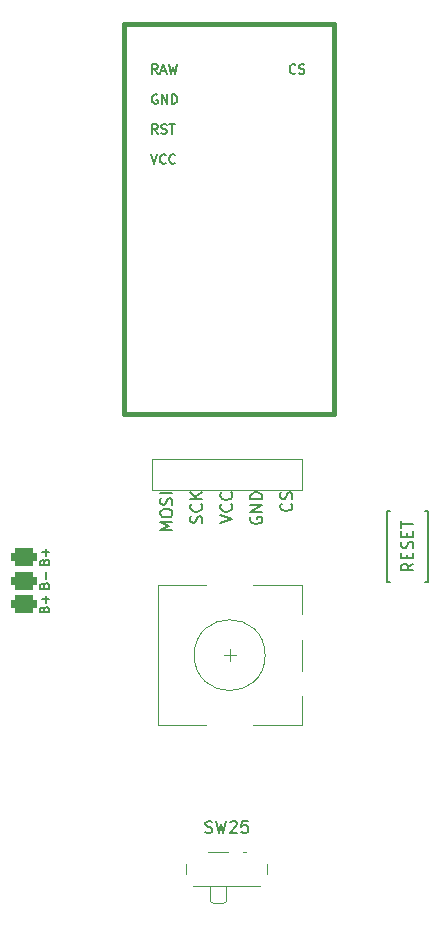
<source format=gbr>
%TF.GenerationSoftware,KiCad,Pcbnew,7.0.2*%
%TF.CreationDate,2023-06-30T22:51:35+02:00*%
%TF.ProjectId,Qeshda,51657368-6461-42e6-9b69-6361645f7063,rev?*%
%TF.SameCoordinates,Original*%
%TF.FileFunction,Legend,Top*%
%TF.FilePolarity,Positive*%
%FSLAX46Y46*%
G04 Gerber Fmt 4.6, Leading zero omitted, Abs format (unit mm)*
G04 Created by KiCad (PCBNEW 7.0.2) date 2023-06-30 22:51:35*
%MOMM*%
%LPD*%
G01*
G04 APERTURE LIST*
G04 Aperture macros list*
%AMRoundRect*
0 Rectangle with rounded corners*
0 $1 Rounding radius*
0 $2 $3 $4 $5 $6 $7 $8 $9 X,Y pos of 4 corners*
0 Add a 4 corners polygon primitive as box body*
4,1,4,$2,$3,$4,$5,$6,$7,$8,$9,$2,$3,0*
0 Add four circle primitives for the rounded corners*
1,1,$1+$1,$2,$3*
1,1,$1+$1,$4,$5*
1,1,$1+$1,$6,$7*
1,1,$1+$1,$8,$9*
0 Add four rect primitives between the rounded corners*
20,1,$1+$1,$2,$3,$4,$5,0*
20,1,$1+$1,$4,$5,$6,$7,0*
20,1,$1+$1,$6,$7,$8,$9,0*
20,1,$1+$1,$8,$9,$2,$3,0*%
G04 Aperture macros list end*
%ADD10C,0.150000*%
%ADD11C,0.120000*%
%ADD12C,0.381000*%
%ADD13RoundRect,0.375000X0.750000X-0.375000X0.750000X0.375000X-0.750000X0.375000X-0.750000X-0.375000X0*%
%ADD14C,2.000000*%
%ADD15C,1.752600*%
%ADD16C,1.701800*%
%ADD17C,3.000000*%
%ADD18C,3.429000*%
%ADD19C,4.500000*%
%ADD20R,1.000000X0.800000*%
%ADD21C,0.900000*%
%ADD22R,0.700000X1.500000*%
%ADD23R,3.200000X2.000000*%
G04 APERTURE END LIST*
D10*
%TO.C,*%
%TO.C,SW25*%
X151940476Y-114240000D02*
X152083333Y-114287619D01*
X152083333Y-114287619D02*
X152321428Y-114287619D01*
X152321428Y-114287619D02*
X152416666Y-114240000D01*
X152416666Y-114240000D02*
X152464285Y-114192380D01*
X152464285Y-114192380D02*
X152511904Y-114097142D01*
X152511904Y-114097142D02*
X152511904Y-114001904D01*
X152511904Y-114001904D02*
X152464285Y-113906666D01*
X152464285Y-113906666D02*
X152416666Y-113859047D01*
X152416666Y-113859047D02*
X152321428Y-113811428D01*
X152321428Y-113811428D02*
X152130952Y-113763809D01*
X152130952Y-113763809D02*
X152035714Y-113716190D01*
X152035714Y-113716190D02*
X151988095Y-113668571D01*
X151988095Y-113668571D02*
X151940476Y-113573333D01*
X151940476Y-113573333D02*
X151940476Y-113478095D01*
X151940476Y-113478095D02*
X151988095Y-113382857D01*
X151988095Y-113382857D02*
X152035714Y-113335238D01*
X152035714Y-113335238D02*
X152130952Y-113287619D01*
X152130952Y-113287619D02*
X152369047Y-113287619D01*
X152369047Y-113287619D02*
X152511904Y-113335238D01*
X152845238Y-113287619D02*
X153083333Y-114287619D01*
X153083333Y-114287619D02*
X153273809Y-113573333D01*
X153273809Y-113573333D02*
X153464285Y-114287619D01*
X153464285Y-114287619D02*
X153702381Y-113287619D01*
X154035714Y-113382857D02*
X154083333Y-113335238D01*
X154083333Y-113335238D02*
X154178571Y-113287619D01*
X154178571Y-113287619D02*
X154416666Y-113287619D01*
X154416666Y-113287619D02*
X154511904Y-113335238D01*
X154511904Y-113335238D02*
X154559523Y-113382857D01*
X154559523Y-113382857D02*
X154607142Y-113478095D01*
X154607142Y-113478095D02*
X154607142Y-113573333D01*
X154607142Y-113573333D02*
X154559523Y-113716190D01*
X154559523Y-113716190D02*
X153988095Y-114287619D01*
X153988095Y-114287619D02*
X154607142Y-114287619D01*
X155511904Y-113287619D02*
X155035714Y-113287619D01*
X155035714Y-113287619D02*
X154988095Y-113763809D01*
X154988095Y-113763809D02*
X155035714Y-113716190D01*
X155035714Y-113716190D02*
X155130952Y-113668571D01*
X155130952Y-113668571D02*
X155369047Y-113668571D01*
X155369047Y-113668571D02*
X155464285Y-113716190D01*
X155464285Y-113716190D02*
X155511904Y-113763809D01*
X155511904Y-113763809D02*
X155559523Y-113859047D01*
X155559523Y-113859047D02*
X155559523Y-114097142D01*
X155559523Y-114097142D02*
X155511904Y-114192380D01*
X155511904Y-114192380D02*
X155464285Y-114240000D01*
X155464285Y-114240000D02*
X155369047Y-114287619D01*
X155369047Y-114287619D02*
X155130952Y-114287619D01*
X155130952Y-114287619D02*
X155035714Y-114240000D01*
X155035714Y-114240000D02*
X154988095Y-114192380D01*
%TO.C,J1*%
X138315047Y-91370095D02*
X138353142Y-91255809D01*
X138353142Y-91255809D02*
X138391238Y-91217714D01*
X138391238Y-91217714D02*
X138467428Y-91179618D01*
X138467428Y-91179618D02*
X138581714Y-91179618D01*
X138581714Y-91179618D02*
X138657904Y-91217714D01*
X138657904Y-91217714D02*
X138696000Y-91255809D01*
X138696000Y-91255809D02*
X138734095Y-91331999D01*
X138734095Y-91331999D02*
X138734095Y-91636761D01*
X138734095Y-91636761D02*
X137934095Y-91636761D01*
X137934095Y-91636761D02*
X137934095Y-91370095D01*
X137934095Y-91370095D02*
X137972190Y-91293904D01*
X137972190Y-91293904D02*
X138010285Y-91255809D01*
X138010285Y-91255809D02*
X138086476Y-91217714D01*
X138086476Y-91217714D02*
X138162666Y-91217714D01*
X138162666Y-91217714D02*
X138238857Y-91255809D01*
X138238857Y-91255809D02*
X138276952Y-91293904D01*
X138276952Y-91293904D02*
X138315047Y-91370095D01*
X138315047Y-91370095D02*
X138315047Y-91636761D01*
X138429333Y-90836761D02*
X138429333Y-90227238D01*
X138734095Y-90531999D02*
X138124571Y-90531999D01*
X138315047Y-95370095D02*
X138353142Y-95255809D01*
X138353142Y-95255809D02*
X138391238Y-95217714D01*
X138391238Y-95217714D02*
X138467428Y-95179618D01*
X138467428Y-95179618D02*
X138581714Y-95179618D01*
X138581714Y-95179618D02*
X138657904Y-95217714D01*
X138657904Y-95217714D02*
X138696000Y-95255809D01*
X138696000Y-95255809D02*
X138734095Y-95331999D01*
X138734095Y-95331999D02*
X138734095Y-95636761D01*
X138734095Y-95636761D02*
X137934095Y-95636761D01*
X137934095Y-95636761D02*
X137934095Y-95370095D01*
X137934095Y-95370095D02*
X137972190Y-95293904D01*
X137972190Y-95293904D02*
X138010285Y-95255809D01*
X138010285Y-95255809D02*
X138086476Y-95217714D01*
X138086476Y-95217714D02*
X138162666Y-95217714D01*
X138162666Y-95217714D02*
X138238857Y-95255809D01*
X138238857Y-95255809D02*
X138276952Y-95293904D01*
X138276952Y-95293904D02*
X138315047Y-95370095D01*
X138315047Y-95370095D02*
X138315047Y-95636761D01*
X138429333Y-94836761D02*
X138429333Y-94227238D01*
X138734095Y-94531999D02*
X138124571Y-94531999D01*
X138315047Y-93370095D02*
X138353142Y-93255809D01*
X138353142Y-93255809D02*
X138391238Y-93217714D01*
X138391238Y-93217714D02*
X138467428Y-93179618D01*
X138467428Y-93179618D02*
X138581714Y-93179618D01*
X138581714Y-93179618D02*
X138657904Y-93217714D01*
X138657904Y-93217714D02*
X138696000Y-93255809D01*
X138696000Y-93255809D02*
X138734095Y-93331999D01*
X138734095Y-93331999D02*
X138734095Y-93636761D01*
X138734095Y-93636761D02*
X137934095Y-93636761D01*
X137934095Y-93636761D02*
X137934095Y-93370095D01*
X137934095Y-93370095D02*
X137972190Y-93293904D01*
X137972190Y-93293904D02*
X138010285Y-93255809D01*
X138010285Y-93255809D02*
X138086476Y-93217714D01*
X138086476Y-93217714D02*
X138162666Y-93217714D01*
X138162666Y-93217714D02*
X138238857Y-93255809D01*
X138238857Y-93255809D02*
X138276952Y-93293904D01*
X138276952Y-93293904D02*
X138315047Y-93370095D01*
X138315047Y-93370095D02*
X138315047Y-93636761D01*
X138429333Y-92836761D02*
X138429333Y-92227238D01*
%TO.C,SW34*%
X169538619Y-91495381D02*
X169062428Y-91828714D01*
X169538619Y-92066809D02*
X168538619Y-92066809D01*
X168538619Y-92066809D02*
X168538619Y-91685857D01*
X168538619Y-91685857D02*
X168586238Y-91590619D01*
X168586238Y-91590619D02*
X168633857Y-91543000D01*
X168633857Y-91543000D02*
X168729095Y-91495381D01*
X168729095Y-91495381D02*
X168871952Y-91495381D01*
X168871952Y-91495381D02*
X168967190Y-91543000D01*
X168967190Y-91543000D02*
X169014809Y-91590619D01*
X169014809Y-91590619D02*
X169062428Y-91685857D01*
X169062428Y-91685857D02*
X169062428Y-92066809D01*
X169014809Y-91066809D02*
X169014809Y-90733476D01*
X169538619Y-90590619D02*
X169538619Y-91066809D01*
X169538619Y-91066809D02*
X168538619Y-91066809D01*
X168538619Y-91066809D02*
X168538619Y-90590619D01*
X169491000Y-90209666D02*
X169538619Y-90066809D01*
X169538619Y-90066809D02*
X169538619Y-89828714D01*
X169538619Y-89828714D02*
X169491000Y-89733476D01*
X169491000Y-89733476D02*
X169443380Y-89685857D01*
X169443380Y-89685857D02*
X169348142Y-89638238D01*
X169348142Y-89638238D02*
X169252904Y-89638238D01*
X169252904Y-89638238D02*
X169157666Y-89685857D01*
X169157666Y-89685857D02*
X169110047Y-89733476D01*
X169110047Y-89733476D02*
X169062428Y-89828714D01*
X169062428Y-89828714D02*
X169014809Y-90019190D01*
X169014809Y-90019190D02*
X168967190Y-90114428D01*
X168967190Y-90114428D02*
X168919571Y-90162047D01*
X168919571Y-90162047D02*
X168824333Y-90209666D01*
X168824333Y-90209666D02*
X168729095Y-90209666D01*
X168729095Y-90209666D02*
X168633857Y-90162047D01*
X168633857Y-90162047D02*
X168586238Y-90114428D01*
X168586238Y-90114428D02*
X168538619Y-90019190D01*
X168538619Y-90019190D02*
X168538619Y-89781095D01*
X168538619Y-89781095D02*
X168586238Y-89638238D01*
X169014809Y-89209666D02*
X169014809Y-88876333D01*
X169538619Y-88733476D02*
X169538619Y-89209666D01*
X169538619Y-89209666D02*
X168538619Y-89209666D01*
X168538619Y-89209666D02*
X168538619Y-88733476D01*
X168538619Y-88447761D02*
X168538619Y-87876333D01*
X169538619Y-88162047D02*
X168538619Y-88162047D01*
%TO.C,Display1*%
X155800238Y-87565714D02*
X155752619Y-87660952D01*
X155752619Y-87660952D02*
X155752619Y-87803809D01*
X155752619Y-87803809D02*
X155800238Y-87946666D01*
X155800238Y-87946666D02*
X155895476Y-88041904D01*
X155895476Y-88041904D02*
X155990714Y-88089523D01*
X155990714Y-88089523D02*
X156181190Y-88137142D01*
X156181190Y-88137142D02*
X156324047Y-88137142D01*
X156324047Y-88137142D02*
X156514523Y-88089523D01*
X156514523Y-88089523D02*
X156609761Y-88041904D01*
X156609761Y-88041904D02*
X156705000Y-87946666D01*
X156705000Y-87946666D02*
X156752619Y-87803809D01*
X156752619Y-87803809D02*
X156752619Y-87708571D01*
X156752619Y-87708571D02*
X156705000Y-87565714D01*
X156705000Y-87565714D02*
X156657380Y-87518095D01*
X156657380Y-87518095D02*
X156324047Y-87518095D01*
X156324047Y-87518095D02*
X156324047Y-87708571D01*
X156752619Y-87089523D02*
X155752619Y-87089523D01*
X155752619Y-87089523D02*
X156752619Y-86518095D01*
X156752619Y-86518095D02*
X155752619Y-86518095D01*
X156752619Y-86041904D02*
X155752619Y-86041904D01*
X155752619Y-86041904D02*
X155752619Y-85803809D01*
X155752619Y-85803809D02*
X155800238Y-85660952D01*
X155800238Y-85660952D02*
X155895476Y-85565714D01*
X155895476Y-85565714D02*
X155990714Y-85518095D01*
X155990714Y-85518095D02*
X156181190Y-85470476D01*
X156181190Y-85470476D02*
X156324047Y-85470476D01*
X156324047Y-85470476D02*
X156514523Y-85518095D01*
X156514523Y-85518095D02*
X156609761Y-85565714D01*
X156609761Y-85565714D02*
X156705000Y-85660952D01*
X156705000Y-85660952D02*
X156752619Y-85803809D01*
X156752619Y-85803809D02*
X156752619Y-86041904D01*
X151625000Y-88041904D02*
X151672619Y-87899047D01*
X151672619Y-87899047D02*
X151672619Y-87660952D01*
X151672619Y-87660952D02*
X151625000Y-87565714D01*
X151625000Y-87565714D02*
X151577380Y-87518095D01*
X151577380Y-87518095D02*
X151482142Y-87470476D01*
X151482142Y-87470476D02*
X151386904Y-87470476D01*
X151386904Y-87470476D02*
X151291666Y-87518095D01*
X151291666Y-87518095D02*
X151244047Y-87565714D01*
X151244047Y-87565714D02*
X151196428Y-87660952D01*
X151196428Y-87660952D02*
X151148809Y-87851428D01*
X151148809Y-87851428D02*
X151101190Y-87946666D01*
X151101190Y-87946666D02*
X151053571Y-87994285D01*
X151053571Y-87994285D02*
X150958333Y-88041904D01*
X150958333Y-88041904D02*
X150863095Y-88041904D01*
X150863095Y-88041904D02*
X150767857Y-87994285D01*
X150767857Y-87994285D02*
X150720238Y-87946666D01*
X150720238Y-87946666D02*
X150672619Y-87851428D01*
X150672619Y-87851428D02*
X150672619Y-87613333D01*
X150672619Y-87613333D02*
X150720238Y-87470476D01*
X151577380Y-86470476D02*
X151625000Y-86518095D01*
X151625000Y-86518095D02*
X151672619Y-86660952D01*
X151672619Y-86660952D02*
X151672619Y-86756190D01*
X151672619Y-86756190D02*
X151625000Y-86899047D01*
X151625000Y-86899047D02*
X151529761Y-86994285D01*
X151529761Y-86994285D02*
X151434523Y-87041904D01*
X151434523Y-87041904D02*
X151244047Y-87089523D01*
X151244047Y-87089523D02*
X151101190Y-87089523D01*
X151101190Y-87089523D02*
X150910714Y-87041904D01*
X150910714Y-87041904D02*
X150815476Y-86994285D01*
X150815476Y-86994285D02*
X150720238Y-86899047D01*
X150720238Y-86899047D02*
X150672619Y-86756190D01*
X150672619Y-86756190D02*
X150672619Y-86660952D01*
X150672619Y-86660952D02*
X150720238Y-86518095D01*
X150720238Y-86518095D02*
X150767857Y-86470476D01*
X151672619Y-86041904D02*
X150672619Y-86041904D01*
X151672619Y-85470476D02*
X151101190Y-85899047D01*
X150672619Y-85470476D02*
X151244047Y-86041904D01*
X149132619Y-88660951D02*
X148132619Y-88660951D01*
X148132619Y-88660951D02*
X148846904Y-88327618D01*
X148846904Y-88327618D02*
X148132619Y-87994285D01*
X148132619Y-87994285D02*
X149132619Y-87994285D01*
X148132619Y-87327618D02*
X148132619Y-87137142D01*
X148132619Y-87137142D02*
X148180238Y-87041904D01*
X148180238Y-87041904D02*
X148275476Y-86946666D01*
X148275476Y-86946666D02*
X148465952Y-86899047D01*
X148465952Y-86899047D02*
X148799285Y-86899047D01*
X148799285Y-86899047D02*
X148989761Y-86946666D01*
X148989761Y-86946666D02*
X149085000Y-87041904D01*
X149085000Y-87041904D02*
X149132619Y-87137142D01*
X149132619Y-87137142D02*
X149132619Y-87327618D01*
X149132619Y-87327618D02*
X149085000Y-87422856D01*
X149085000Y-87422856D02*
X148989761Y-87518094D01*
X148989761Y-87518094D02*
X148799285Y-87565713D01*
X148799285Y-87565713D02*
X148465952Y-87565713D01*
X148465952Y-87565713D02*
X148275476Y-87518094D01*
X148275476Y-87518094D02*
X148180238Y-87422856D01*
X148180238Y-87422856D02*
X148132619Y-87327618D01*
X149085000Y-86518094D02*
X149132619Y-86375237D01*
X149132619Y-86375237D02*
X149132619Y-86137142D01*
X149132619Y-86137142D02*
X149085000Y-86041904D01*
X149085000Y-86041904D02*
X149037380Y-85994285D01*
X149037380Y-85994285D02*
X148942142Y-85946666D01*
X148942142Y-85946666D02*
X148846904Y-85946666D01*
X148846904Y-85946666D02*
X148751666Y-85994285D01*
X148751666Y-85994285D02*
X148704047Y-86041904D01*
X148704047Y-86041904D02*
X148656428Y-86137142D01*
X148656428Y-86137142D02*
X148608809Y-86327618D01*
X148608809Y-86327618D02*
X148561190Y-86422856D01*
X148561190Y-86422856D02*
X148513571Y-86470475D01*
X148513571Y-86470475D02*
X148418333Y-86518094D01*
X148418333Y-86518094D02*
X148323095Y-86518094D01*
X148323095Y-86518094D02*
X148227857Y-86470475D01*
X148227857Y-86470475D02*
X148180238Y-86422856D01*
X148180238Y-86422856D02*
X148132619Y-86327618D01*
X148132619Y-86327618D02*
X148132619Y-86089523D01*
X148132619Y-86089523D02*
X148180238Y-85946666D01*
X149132619Y-85518094D02*
X148132619Y-85518094D01*
X153212619Y-88041904D02*
X154212619Y-87708571D01*
X154212619Y-87708571D02*
X153212619Y-87375238D01*
X154117380Y-86470476D02*
X154165000Y-86518095D01*
X154165000Y-86518095D02*
X154212619Y-86660952D01*
X154212619Y-86660952D02*
X154212619Y-86756190D01*
X154212619Y-86756190D02*
X154165000Y-86899047D01*
X154165000Y-86899047D02*
X154069761Y-86994285D01*
X154069761Y-86994285D02*
X153974523Y-87041904D01*
X153974523Y-87041904D02*
X153784047Y-87089523D01*
X153784047Y-87089523D02*
X153641190Y-87089523D01*
X153641190Y-87089523D02*
X153450714Y-87041904D01*
X153450714Y-87041904D02*
X153355476Y-86994285D01*
X153355476Y-86994285D02*
X153260238Y-86899047D01*
X153260238Y-86899047D02*
X153212619Y-86756190D01*
X153212619Y-86756190D02*
X153212619Y-86660952D01*
X153212619Y-86660952D02*
X153260238Y-86518095D01*
X153260238Y-86518095D02*
X153307857Y-86470476D01*
X154117380Y-85470476D02*
X154165000Y-85518095D01*
X154165000Y-85518095D02*
X154212619Y-85660952D01*
X154212619Y-85660952D02*
X154212619Y-85756190D01*
X154212619Y-85756190D02*
X154165000Y-85899047D01*
X154165000Y-85899047D02*
X154069761Y-85994285D01*
X154069761Y-85994285D02*
X153974523Y-86041904D01*
X153974523Y-86041904D02*
X153784047Y-86089523D01*
X153784047Y-86089523D02*
X153641190Y-86089523D01*
X153641190Y-86089523D02*
X153450714Y-86041904D01*
X153450714Y-86041904D02*
X153355476Y-85994285D01*
X153355476Y-85994285D02*
X153260238Y-85899047D01*
X153260238Y-85899047D02*
X153212619Y-85756190D01*
X153212619Y-85756190D02*
X153212619Y-85660952D01*
X153212619Y-85660952D02*
X153260238Y-85518095D01*
X153260238Y-85518095D02*
X153307857Y-85470476D01*
X159197380Y-86422857D02*
X159245000Y-86470476D01*
X159245000Y-86470476D02*
X159292619Y-86613333D01*
X159292619Y-86613333D02*
X159292619Y-86708571D01*
X159292619Y-86708571D02*
X159245000Y-86851428D01*
X159245000Y-86851428D02*
X159149761Y-86946666D01*
X159149761Y-86946666D02*
X159054523Y-86994285D01*
X159054523Y-86994285D02*
X158864047Y-87041904D01*
X158864047Y-87041904D02*
X158721190Y-87041904D01*
X158721190Y-87041904D02*
X158530714Y-86994285D01*
X158530714Y-86994285D02*
X158435476Y-86946666D01*
X158435476Y-86946666D02*
X158340238Y-86851428D01*
X158340238Y-86851428D02*
X158292619Y-86708571D01*
X158292619Y-86708571D02*
X158292619Y-86613333D01*
X158292619Y-86613333D02*
X158340238Y-86470476D01*
X158340238Y-86470476D02*
X158387857Y-86422857D01*
X159245000Y-86041904D02*
X159292619Y-85899047D01*
X159292619Y-85899047D02*
X159292619Y-85660952D01*
X159292619Y-85660952D02*
X159245000Y-85565714D01*
X159245000Y-85565714D02*
X159197380Y-85518095D01*
X159197380Y-85518095D02*
X159102142Y-85470476D01*
X159102142Y-85470476D02*
X159006904Y-85470476D01*
X159006904Y-85470476D02*
X158911666Y-85518095D01*
X158911666Y-85518095D02*
X158864047Y-85565714D01*
X158864047Y-85565714D02*
X158816428Y-85660952D01*
X158816428Y-85660952D02*
X158768809Y-85851428D01*
X158768809Y-85851428D02*
X158721190Y-85946666D01*
X158721190Y-85946666D02*
X158673571Y-85994285D01*
X158673571Y-85994285D02*
X158578333Y-86041904D01*
X158578333Y-86041904D02*
X158483095Y-86041904D01*
X158483095Y-86041904D02*
X158387857Y-85994285D01*
X158387857Y-85994285D02*
X158340238Y-85946666D01*
X158340238Y-85946666D02*
X158292619Y-85851428D01*
X158292619Y-85851428D02*
X158292619Y-85613333D01*
X158292619Y-85613333D02*
X158340238Y-85470476D01*
%TO.C,U1*%
X147320142Y-56846845D02*
X147586809Y-57646845D01*
X147586809Y-57646845D02*
X147853475Y-56846845D01*
X148577285Y-57570654D02*
X148539189Y-57608750D01*
X148539189Y-57608750D02*
X148424904Y-57646845D01*
X148424904Y-57646845D02*
X148348713Y-57646845D01*
X148348713Y-57646845D02*
X148234427Y-57608750D01*
X148234427Y-57608750D02*
X148158237Y-57532559D01*
X148158237Y-57532559D02*
X148120142Y-57456369D01*
X148120142Y-57456369D02*
X148082046Y-57303988D01*
X148082046Y-57303988D02*
X148082046Y-57189702D01*
X148082046Y-57189702D02*
X148120142Y-57037321D01*
X148120142Y-57037321D02*
X148158237Y-56961130D01*
X148158237Y-56961130D02*
X148234427Y-56884940D01*
X148234427Y-56884940D02*
X148348713Y-56846845D01*
X148348713Y-56846845D02*
X148424904Y-56846845D01*
X148424904Y-56846845D02*
X148539189Y-56884940D01*
X148539189Y-56884940D02*
X148577285Y-56923035D01*
X149377285Y-57570654D02*
X149339189Y-57608750D01*
X149339189Y-57608750D02*
X149224904Y-57646845D01*
X149224904Y-57646845D02*
X149148713Y-57646845D01*
X149148713Y-57646845D02*
X149034427Y-57608750D01*
X149034427Y-57608750D02*
X148958237Y-57532559D01*
X148958237Y-57532559D02*
X148920142Y-57456369D01*
X148920142Y-57456369D02*
X148882046Y-57303988D01*
X148882046Y-57303988D02*
X148882046Y-57189702D01*
X148882046Y-57189702D02*
X148920142Y-57037321D01*
X148920142Y-57037321D02*
X148958237Y-56961130D01*
X148958237Y-56961130D02*
X149034427Y-56884940D01*
X149034427Y-56884940D02*
X149148713Y-56846845D01*
X149148713Y-56846845D02*
X149224904Y-56846845D01*
X149224904Y-56846845D02*
X149339189Y-56884940D01*
X149339189Y-56884940D02*
X149377285Y-56923035D01*
X147859809Y-51804940D02*
X147783619Y-51766845D01*
X147783619Y-51766845D02*
X147669333Y-51766845D01*
X147669333Y-51766845D02*
X147555047Y-51804940D01*
X147555047Y-51804940D02*
X147478857Y-51881130D01*
X147478857Y-51881130D02*
X147440762Y-51957321D01*
X147440762Y-51957321D02*
X147402666Y-52109702D01*
X147402666Y-52109702D02*
X147402666Y-52223988D01*
X147402666Y-52223988D02*
X147440762Y-52376369D01*
X147440762Y-52376369D02*
X147478857Y-52452559D01*
X147478857Y-52452559D02*
X147555047Y-52528750D01*
X147555047Y-52528750D02*
X147669333Y-52566845D01*
X147669333Y-52566845D02*
X147745524Y-52566845D01*
X147745524Y-52566845D02*
X147859809Y-52528750D01*
X147859809Y-52528750D02*
X147897905Y-52490654D01*
X147897905Y-52490654D02*
X147897905Y-52223988D01*
X147897905Y-52223988D02*
X147745524Y-52223988D01*
X148240762Y-52566845D02*
X148240762Y-51766845D01*
X148240762Y-51766845D02*
X148697905Y-52566845D01*
X148697905Y-52566845D02*
X148697905Y-51766845D01*
X149078857Y-52566845D02*
X149078857Y-51766845D01*
X149078857Y-51766845D02*
X149269333Y-51766845D01*
X149269333Y-51766845D02*
X149383619Y-51804940D01*
X149383619Y-51804940D02*
X149459809Y-51881130D01*
X149459809Y-51881130D02*
X149497904Y-51957321D01*
X149497904Y-51957321D02*
X149536000Y-52109702D01*
X149536000Y-52109702D02*
X149536000Y-52223988D01*
X149536000Y-52223988D02*
X149497904Y-52376369D01*
X149497904Y-52376369D02*
X149459809Y-52452559D01*
X149459809Y-52452559D02*
X149383619Y-52528750D01*
X149383619Y-52528750D02*
X149269333Y-52566845D01*
X149269333Y-52566845D02*
X149078857Y-52566845D01*
X159565445Y-49950654D02*
X159527349Y-49988750D01*
X159527349Y-49988750D02*
X159413064Y-50026845D01*
X159413064Y-50026845D02*
X159336873Y-50026845D01*
X159336873Y-50026845D02*
X159222587Y-49988750D01*
X159222587Y-49988750D02*
X159146397Y-49912559D01*
X159146397Y-49912559D02*
X159108302Y-49836369D01*
X159108302Y-49836369D02*
X159070206Y-49683988D01*
X159070206Y-49683988D02*
X159070206Y-49569702D01*
X159070206Y-49569702D02*
X159108302Y-49417321D01*
X159108302Y-49417321D02*
X159146397Y-49341130D01*
X159146397Y-49341130D02*
X159222587Y-49264940D01*
X159222587Y-49264940D02*
X159336873Y-49226845D01*
X159336873Y-49226845D02*
X159413064Y-49226845D01*
X159413064Y-49226845D02*
X159527349Y-49264940D01*
X159527349Y-49264940D02*
X159565445Y-49303035D01*
X159870206Y-49988750D02*
X159984492Y-50026845D01*
X159984492Y-50026845D02*
X160174968Y-50026845D01*
X160174968Y-50026845D02*
X160251159Y-49988750D01*
X160251159Y-49988750D02*
X160289254Y-49950654D01*
X160289254Y-49950654D02*
X160327349Y-49874464D01*
X160327349Y-49874464D02*
X160327349Y-49798273D01*
X160327349Y-49798273D02*
X160289254Y-49722083D01*
X160289254Y-49722083D02*
X160251159Y-49683988D01*
X160251159Y-49683988D02*
X160174968Y-49645892D01*
X160174968Y-49645892D02*
X160022587Y-49607797D01*
X160022587Y-49607797D02*
X159946397Y-49569702D01*
X159946397Y-49569702D02*
X159908302Y-49531607D01*
X159908302Y-49531607D02*
X159870206Y-49455416D01*
X159870206Y-49455416D02*
X159870206Y-49379226D01*
X159870206Y-49379226D02*
X159908302Y-49303035D01*
X159908302Y-49303035D02*
X159946397Y-49264940D01*
X159946397Y-49264940D02*
X160022587Y-49226845D01*
X160022587Y-49226845D02*
X160213064Y-49226845D01*
X160213064Y-49226845D02*
X160327349Y-49264940D01*
X147897904Y-50026845D02*
X147631237Y-49645892D01*
X147440761Y-50026845D02*
X147440761Y-49226845D01*
X147440761Y-49226845D02*
X147745523Y-49226845D01*
X147745523Y-49226845D02*
X147821713Y-49264940D01*
X147821713Y-49264940D02*
X147859808Y-49303035D01*
X147859808Y-49303035D02*
X147897904Y-49379226D01*
X147897904Y-49379226D02*
X147897904Y-49493511D01*
X147897904Y-49493511D02*
X147859808Y-49569702D01*
X147859808Y-49569702D02*
X147821713Y-49607797D01*
X147821713Y-49607797D02*
X147745523Y-49645892D01*
X147745523Y-49645892D02*
X147440761Y-49645892D01*
X148202665Y-49798273D02*
X148583618Y-49798273D01*
X148126475Y-50026845D02*
X148393142Y-49226845D01*
X148393142Y-49226845D02*
X148659808Y-50026845D01*
X148850284Y-49226845D02*
X149040760Y-50026845D01*
X149040760Y-50026845D02*
X149193141Y-49455416D01*
X149193141Y-49455416D02*
X149345522Y-50026845D01*
X149345522Y-50026845D02*
X149535999Y-49226845D01*
X147897905Y-55106845D02*
X147631238Y-54725892D01*
X147440762Y-55106845D02*
X147440762Y-54306845D01*
X147440762Y-54306845D02*
X147745524Y-54306845D01*
X147745524Y-54306845D02*
X147821714Y-54344940D01*
X147821714Y-54344940D02*
X147859809Y-54383035D01*
X147859809Y-54383035D02*
X147897905Y-54459226D01*
X147897905Y-54459226D02*
X147897905Y-54573511D01*
X147897905Y-54573511D02*
X147859809Y-54649702D01*
X147859809Y-54649702D02*
X147821714Y-54687797D01*
X147821714Y-54687797D02*
X147745524Y-54725892D01*
X147745524Y-54725892D02*
X147440762Y-54725892D01*
X148202666Y-55068750D02*
X148316952Y-55106845D01*
X148316952Y-55106845D02*
X148507428Y-55106845D01*
X148507428Y-55106845D02*
X148583619Y-55068750D01*
X148583619Y-55068750D02*
X148621714Y-55030654D01*
X148621714Y-55030654D02*
X148659809Y-54954464D01*
X148659809Y-54954464D02*
X148659809Y-54878273D01*
X148659809Y-54878273D02*
X148621714Y-54802083D01*
X148621714Y-54802083D02*
X148583619Y-54763988D01*
X148583619Y-54763988D02*
X148507428Y-54725892D01*
X148507428Y-54725892D02*
X148355047Y-54687797D01*
X148355047Y-54687797D02*
X148278857Y-54649702D01*
X148278857Y-54649702D02*
X148240762Y-54611607D01*
X148240762Y-54611607D02*
X148202666Y-54535416D01*
X148202666Y-54535416D02*
X148202666Y-54459226D01*
X148202666Y-54459226D02*
X148240762Y-54383035D01*
X148240762Y-54383035D02*
X148278857Y-54344940D01*
X148278857Y-54344940D02*
X148355047Y-54306845D01*
X148355047Y-54306845D02*
X148545524Y-54306845D01*
X148545524Y-54306845D02*
X148659809Y-54344940D01*
X148888381Y-54306845D02*
X149345524Y-54306845D01*
X149116952Y-55106845D02*
X149116952Y-54306845D01*
D11*
%TO.C,SW25*%
X150300000Y-116955000D02*
X150300000Y-117745000D01*
X150900000Y-118755000D02*
X156600000Y-118755000D01*
X152150000Y-115905000D02*
X153850000Y-115905000D01*
X152350000Y-118755000D02*
X152350000Y-120045000D01*
X152350000Y-120045000D02*
X152550000Y-120255000D01*
X152550000Y-120255000D02*
X153450000Y-120255000D01*
X153650000Y-120045000D02*
X153450000Y-120255000D01*
X153650000Y-120045000D02*
X153650000Y-118755000D01*
X155150000Y-115905000D02*
X155350000Y-115905000D01*
X157200000Y-117745000D02*
X157200000Y-116955000D01*
%TO.C,SW26*%
X147900000Y-93350000D02*
X147900000Y-105150000D01*
X152000000Y-93350000D02*
X147900000Y-93350000D01*
X152000000Y-105150000D02*
X147900000Y-105150000D01*
X153500000Y-99250000D02*
X154500000Y-99250000D01*
X154000000Y-98750000D02*
X154000000Y-99750000D01*
X156000000Y-93350000D02*
X160100000Y-93350000D01*
X160100000Y-93350000D02*
X160100000Y-95750000D01*
X160100000Y-97950000D02*
X160100000Y-100550000D01*
X160100000Y-102750000D02*
X160100000Y-105150000D01*
X160100000Y-105150000D02*
X156000000Y-105150000D01*
X157000000Y-99250000D02*
G75*
G03*
X157000000Y-99250000I-3000000J0D01*
G01*
D10*
%TO.C,SW34*%
X167326000Y-93043000D02*
X167576000Y-93043000D01*
X167326000Y-93043000D02*
X167326000Y-87043000D01*
X170826000Y-93043000D02*
X170576000Y-93043000D01*
X170826000Y-93043000D02*
X170826000Y-87043000D01*
X167326000Y-87043000D02*
X167576000Y-87043000D01*
X170826000Y-87043000D02*
X170576000Y-87043000D01*
D11*
%TO.C,Display1*%
X147400000Y-82680000D02*
X160100000Y-82680000D01*
X160100000Y-82680000D02*
X160100000Y-85280000D01*
X160100000Y-85280000D02*
X147400000Y-85280000D01*
X147400000Y-85280000D02*
X147400000Y-82680000D01*
D12*
%TO.C,U1*%
X162814000Y-45846750D02*
X162814000Y-78866750D01*
X145034000Y-45846750D02*
X162814000Y-45846750D01*
X162814000Y-78866750D02*
X145034000Y-78866750D01*
X145034000Y-78866750D02*
X145034000Y-45846750D01*
%TD*%
D13*
%TO.C,J1*%
X136564000Y-90932000D03*
X136564000Y-92932000D03*
X136564000Y-94932000D03*
%TD*%
D14*
%TO.C,SW34*%
X169076000Y-86793000D03*
X169076000Y-93293000D03*
%TD*%
D15*
%TO.C,U1*%
X161544000Y-49656750D03*
X161544000Y-52196750D03*
X161544000Y-54736750D03*
X161544000Y-57276750D03*
X161544000Y-59816750D03*
X161544000Y-62356750D03*
X161544000Y-64896750D03*
X161544000Y-67436750D03*
X161544000Y-69976750D03*
X161544000Y-72516750D03*
X161544000Y-75056750D03*
X161544000Y-77596750D03*
X146304000Y-77596750D03*
X146304000Y-75056750D03*
X146304000Y-72516750D03*
X146304000Y-69976750D03*
X146304000Y-67436750D03*
X146304000Y-64896750D03*
X146304000Y-62356750D03*
X146304000Y-59816750D03*
X146304000Y-57276750D03*
X146304000Y-54736750D03*
X146304000Y-52196750D03*
X146304000Y-49656750D03*
%TD*%
%LPC*%
D16*
%TO.C,SW28*%
X121386568Y-73005091D03*
D17*
X128239133Y-68681337D03*
D18*
X126699160Y-74428596D03*
D17*
X132499360Y-72100470D03*
D16*
X132011752Y-75852101D03*
%TD*%
%TO.C,SW20*%
X99893473Y-81739900D03*
D17*
X106746038Y-77416146D03*
D18*
X105206065Y-83163405D03*
D17*
X111006265Y-80835279D03*
D16*
X110518657Y-84586910D03*
%TD*%
%TO.C,SW1*%
X46570266Y-48563201D03*
D17*
X52567914Y-43115200D03*
D18*
X52049337Y-49042558D03*
D17*
X57357144Y-45742608D03*
D16*
X57528408Y-49521915D03*
%TD*%
%TO.C,SW21*%
X196534247Y-84586910D03*
D17*
X200306866Y-77416146D03*
D18*
X201846839Y-83163405D03*
D17*
X205705897Y-78247089D03*
D16*
X207159431Y-81739900D03*
%TD*%
%TO.C,SW23*%
X232497689Y-74992633D03*
D17*
X236761325Y-68102502D03*
D18*
X237896639Y-73943184D03*
D17*
X242089241Y-69308038D03*
D16*
X243295589Y-72893735D03*
%TD*%
%TO.C,SW7*%
X225819374Y-40635682D03*
D17*
X230083010Y-33745551D03*
D18*
X231218324Y-39586233D03*
D17*
X235410926Y-34951087D03*
D16*
X236617274Y-38536784D03*
%TD*%
%TO.C,SW32*%
X170511819Y-58948399D03*
D17*
X174284438Y-51777635D03*
D18*
X175824411Y-57524894D03*
D17*
X179683469Y-52608578D03*
D16*
X181137003Y-56101389D03*
%TD*%
%TO.C,SW37*%
X107601675Y-106581383D03*
D17*
X114454240Y-102257629D03*
D18*
X112914267Y-108004888D03*
D17*
X118714467Y-105676762D03*
D16*
X118226859Y-109428393D03*
%TD*%
%TO.C,SW30*%
X179570486Y-92755803D03*
D17*
X183343105Y-85585039D03*
D18*
X184883078Y-91332298D03*
D17*
X188742136Y-86415982D03*
D16*
X190195670Y-89908793D03*
%TD*%
%TO.C,SW16*%
X251049721Y-66955322D03*
D17*
X256010215Y-60548607D03*
D18*
X256528792Y-66475965D03*
D17*
X261182932Y-62304457D03*
D16*
X262007863Y-65996608D03*
%TD*%
%TO.C,SW5*%
X187475580Y-50779507D03*
D17*
X191248199Y-43608743D03*
D18*
X192788172Y-49356002D03*
D17*
X196647230Y-44439686D03*
D16*
X198100764Y-47932497D03*
%TD*%
%TO.C,SW12*%
X104422806Y-64836198D03*
D17*
X111275371Y-60512444D03*
D18*
X109735398Y-66259703D03*
D17*
X115535598Y-63931577D03*
D16*
X115047990Y-67683208D03*
%TD*%
%TO.C,SW2*%
X70435630Y-38536784D03*
D17*
X76969894Y-33745551D03*
D18*
X75834580Y-39586233D03*
D17*
X81458249Y-36859177D03*
D16*
X81233530Y-40635682D03*
%TD*%
%TO.C,SW14*%
X208515741Y-57823946D03*
D17*
X212288360Y-50653182D03*
D18*
X213828333Y-56400441D03*
D17*
X217687391Y-51484125D03*
D16*
X219140925Y-54976936D03*
%TD*%
%TO.C,SW19*%
X83382645Y-71880638D03*
D17*
X90235210Y-67556884D03*
D18*
X88695237Y-73304143D03*
D17*
X94495437Y-70976017D03*
D16*
X94007829Y-74727648D03*
%TD*%
%TO.C,SW4*%
X108952140Y-47932497D03*
D17*
X115804705Y-43608743D03*
D18*
X114264732Y-49356002D03*
D17*
X120064932Y-47027876D03*
D16*
X119577324Y-50779507D03*
%TD*%
%TO.C,SW3*%
X92441312Y-38073234D03*
D17*
X99293877Y-33749480D03*
D18*
X97753904Y-39496739D03*
D17*
X103554104Y-37168613D03*
D16*
X103066496Y-40920244D03*
%TD*%
%TO.C,SW18*%
X63757315Y-72893735D03*
D17*
X70291579Y-68102502D03*
D18*
X69156265Y-73943184D03*
D17*
X74779934Y-71216128D03*
D16*
X74555215Y-74992633D03*
%TD*%
%TO.C,SW13*%
X192004913Y-67683208D03*
D17*
X195777532Y-60512444D03*
D18*
X197317505Y-66259703D03*
D17*
X201176563Y-61343387D03*
D16*
X202630097Y-64836198D03*
%TD*%
%TO.C,SW39*%
X170351038Y-118473864D03*
D17*
X172276829Y-110603424D03*
D18*
X175161446Y-115807411D03*
D17*
X177716509Y-110103540D03*
D16*
X179971854Y-113140958D03*
%TD*%
%TO.C,SW6*%
X203986408Y-40920244D03*
D17*
X207759027Y-33749480D03*
D18*
X209299000Y-39496739D03*
D17*
X213158058Y-34580423D03*
D16*
X214611592Y-38073234D03*
%TD*%
%TO.C,SW9*%
X45045041Y-65996608D03*
D17*
X51042689Y-60548607D03*
D18*
X50524112Y-66475965D03*
D17*
X55831919Y-63176015D03*
D16*
X56003183Y-66955322D03*
%TD*%
%TO.C,SW17*%
X43519815Y-83430015D03*
D17*
X49517463Y-77982014D03*
D18*
X48998886Y-83909372D03*
D17*
X54306693Y-80609422D03*
D16*
X54477957Y-84388729D03*
%TD*%
%TO.C,SW10*%
X67096472Y-55715259D03*
D17*
X73630736Y-50924026D03*
D18*
X72495422Y-56764708D03*
D17*
X78119091Y-54037652D03*
D16*
X77894372Y-57814157D03*
%TD*%
%TO.C,SW40*%
X188826045Y-109428393D03*
D17*
X192598664Y-102257629D03*
D18*
X194138637Y-108004888D03*
D17*
X197997695Y-103088572D03*
D16*
X199451229Y-106581383D03*
%TD*%
%TO.C,SW27*%
X125915901Y-56101389D03*
D17*
X132768466Y-51777635D03*
D18*
X131228493Y-57524894D03*
D17*
X137028693Y-55196768D03*
D16*
X136541085Y-58948399D03*
%TD*%
%TO.C,SW29*%
X116857234Y-89908793D03*
D17*
X123709799Y-85585039D03*
D18*
X122169826Y-91332298D03*
D17*
X127970026Y-89004172D03*
D16*
X127482418Y-92755803D03*
%TD*%
%TO.C,SW8*%
X249524496Y-49521915D03*
D17*
X254484990Y-43115200D03*
D18*
X255003567Y-49042558D03*
D17*
X259657707Y-44871050D03*
D16*
X260482638Y-48563201D03*
%TD*%
%TO.C,SW15*%
X229158532Y-57814157D03*
D17*
X233422168Y-50924026D03*
D18*
X234557482Y-56764708D03*
D17*
X238750084Y-52129562D03*
D16*
X239956432Y-55715259D03*
%TD*%
%TO.C,SW31*%
X175041152Y-75852101D03*
D17*
X178813771Y-68681337D03*
D18*
X180353744Y-74428596D03*
D17*
X184212802Y-69512280D03*
D16*
X185666336Y-73005091D03*
%TD*%
%TO.C,SW24*%
X252574947Y-84388729D03*
D17*
X257535441Y-77982014D03*
D18*
X258054018Y-83909372D03*
D17*
X262708158Y-79737864D03*
D16*
X263533089Y-83430015D03*
%TD*%
%TO.C,SW38*%
X127081050Y-113140958D03*
D17*
X134776075Y-110603424D03*
D18*
X131891458Y-115807411D03*
D17*
X138082592Y-114951636D03*
D16*
X136701866Y-118473864D03*
%TD*%
%TO.C,SW11*%
X87911979Y-54976936D03*
D17*
X94764544Y-50653182D03*
D18*
X93224571Y-56400441D03*
D17*
X99024771Y-54072315D03*
D16*
X98537163Y-57823946D03*
%TD*%
%TO.C,SW22*%
X213045075Y-74727648D03*
D17*
X216817694Y-67556884D03*
D18*
X218357667Y-73304143D03*
D17*
X222216725Y-68387827D03*
D16*
X223670259Y-71880638D03*
%TD*%
D19*
%TO.C,*%
X248158000Y-76200000D03*
%TD*%
%TO.C,*%
X169418000Y-47244000D03*
%TD*%
%TO.C,*%
X134366000Y-102362000D03*
%TD*%
%TO.C,*%
X244348000Y-42418000D03*
%TD*%
%TO.C,*%
X64008000Y-42418000D03*
%TD*%
%TO.C,*%
X174498000Y-102362000D03*
%TD*%
%TO.C,*%
X137636000Y-47244000D03*
%TD*%
%TO.C,*%
X58928000Y-76200000D03*
%TD*%
D20*
%TO.C,SW25*%
X150100000Y-116245000D03*
X150100000Y-118455000D03*
D21*
X152250000Y-117355000D03*
X155250000Y-117355000D03*
D20*
X157400000Y-116245000D03*
X157400000Y-118455000D03*
D22*
X151500000Y-115595000D03*
X154500000Y-115595000D03*
X156000000Y-115595000D03*
%TD*%
D14*
%TO.C,SW26*%
X146500000Y-96750000D03*
X146500000Y-101750000D03*
X146500000Y-99250000D03*
D23*
X154000000Y-93650000D03*
X154000000Y-104850000D03*
D14*
X161000000Y-101750000D03*
X161000000Y-96750000D03*
%TD*%
D13*
%TO.C,J1*%
X136564000Y-90932000D03*
X136564000Y-92932000D03*
X136564000Y-94932000D03*
%TD*%
D14*
%TO.C,SW34*%
X169076000Y-86793000D03*
X169076000Y-93293000D03*
%TD*%
D15*
%TO.C,Display1*%
X158830000Y-83980000D03*
X156290000Y-83980000D03*
X153750000Y-83980000D03*
X151210000Y-83980000D03*
X148670000Y-83980000D03*
%TD*%
D21*
%TO.C,SW33*%
X155254418Y-117357091D03*
X152254418Y-117357091D03*
%TD*%
D15*
%TO.C,U1*%
X161544000Y-49656750D03*
X161544000Y-52196750D03*
X161544000Y-54736750D03*
X161544000Y-57276750D03*
X161544000Y-59816750D03*
X161544000Y-62356750D03*
X161544000Y-64896750D03*
X161544000Y-67436750D03*
X161544000Y-69976750D03*
X161544000Y-72516750D03*
X161544000Y-75056750D03*
X161544000Y-77596750D03*
X146304000Y-77596750D03*
X146304000Y-75056750D03*
X146304000Y-72516750D03*
X146304000Y-69976750D03*
X146304000Y-67436750D03*
X146304000Y-64896750D03*
X146304000Y-62356750D03*
X146304000Y-59816750D03*
X146304000Y-57276750D03*
X146304000Y-54736750D03*
X146304000Y-52196750D03*
X146304000Y-49656750D03*
%TD*%
%LPD*%
M02*

</source>
